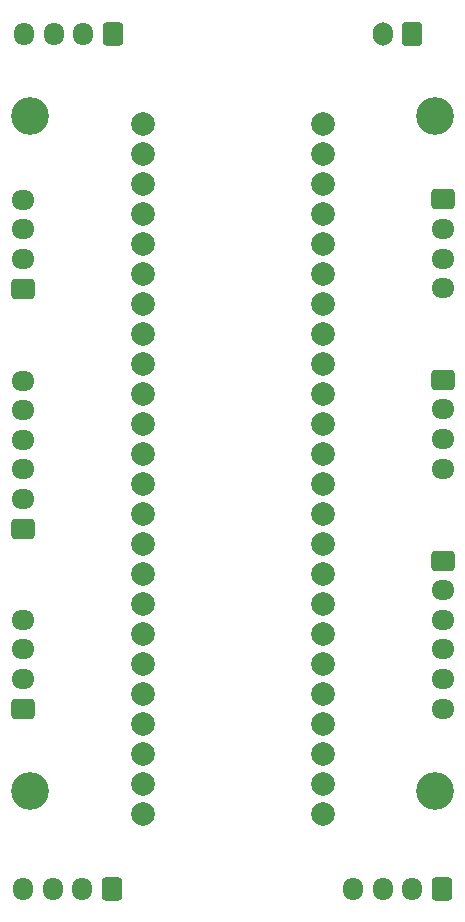
<source format=gbr>
%TF.GenerationSoftware,KiCad,Pcbnew,8.0.3*%
%TF.CreationDate,2024-09-25T15:42:15-04:00*%
%TF.ProjectId,mcu-board,6d63752d-626f-4617-9264-2e6b69636164,rev?*%
%TF.SameCoordinates,Original*%
%TF.FileFunction,Soldermask,Bot*%
%TF.FilePolarity,Negative*%
%FSLAX46Y46*%
G04 Gerber Fmt 4.6, Leading zero omitted, Abs format (unit mm)*
G04 Created by KiCad (PCBNEW 8.0.3) date 2024-09-25 15:42:15*
%MOMM*%
%LPD*%
G01*
G04 APERTURE LIST*
G04 Aperture macros list*
%AMRoundRect*
0 Rectangle with rounded corners*
0 $1 Rounding radius*
0 $2 $3 $4 $5 $6 $7 $8 $9 X,Y pos of 4 corners*
0 Add a 4 corners polygon primitive as box body*
4,1,4,$2,$3,$4,$5,$6,$7,$8,$9,$2,$3,0*
0 Add four circle primitives for the rounded corners*
1,1,$1+$1,$2,$3*
1,1,$1+$1,$4,$5*
1,1,$1+$1,$6,$7*
1,1,$1+$1,$8,$9*
0 Add four rect primitives between the rounded corners*
20,1,$1+$1,$2,$3,$4,$5,0*
20,1,$1+$1,$4,$5,$6,$7,0*
20,1,$1+$1,$6,$7,$8,$9,0*
20,1,$1+$1,$8,$9,$2,$3,0*%
G04 Aperture macros list end*
%ADD10RoundRect,0.250000X-0.725000X0.600000X-0.725000X-0.600000X0.725000X-0.600000X0.725000X0.600000X0*%
%ADD11O,1.950000X1.700000*%
%ADD12C,3.200000*%
%ADD13RoundRect,0.250000X0.600000X0.725000X-0.600000X0.725000X-0.600000X-0.725000X0.600000X-0.725000X0*%
%ADD14O,1.700000X1.950000*%
%ADD15RoundRect,0.250000X0.600000X0.750000X-0.600000X0.750000X-0.600000X-0.750000X0.600000X-0.750000X0*%
%ADD16O,1.700000X2.000000*%
%ADD17RoundRect,0.250000X0.725000X-0.600000X0.725000X0.600000X-0.725000X0.600000X-0.725000X-0.600000X0*%
%ADD18C,2.000000*%
G04 APERTURE END LIST*
D10*
%TO.C,J8*%
X182880000Y-78940000D03*
D11*
X182880000Y-81440000D03*
X182880000Y-83940000D03*
X182880000Y-86440000D03*
X182880000Y-88940000D03*
X182880000Y-91440000D03*
%TD*%
D10*
%TO.C,J5*%
X182880000Y-48340000D03*
D11*
X182880000Y-50840000D03*
X182880000Y-53340000D03*
X182880000Y-55840000D03*
%TD*%
D12*
%TO.C,H3*%
X182245000Y-41275000D03*
%TD*%
D13*
%TO.C,J3*%
X154940000Y-34290000D03*
D14*
X152440000Y-34290000D03*
X149940000Y-34290000D03*
X147440000Y-34290000D03*
%TD*%
D15*
%TO.C,J9*%
X180300000Y-34290000D03*
D16*
X177800000Y-34290000D03*
%TD*%
D10*
%TO.C,J1*%
X182880000Y-63620000D03*
D11*
X182880000Y-66120000D03*
X182880000Y-68620000D03*
X182880000Y-71120000D03*
%TD*%
D17*
%TO.C,J2*%
X147320000Y-91440000D03*
D11*
X147320000Y-88940000D03*
X147320000Y-86440000D03*
X147320000Y-83940000D03*
%TD*%
D12*
%TO.C,H4*%
X147955000Y-41275000D03*
%TD*%
%TO.C,H1*%
X147955000Y-98425000D03*
%TD*%
D13*
%TO.C,J7*%
X182800000Y-106680000D03*
D14*
X180300000Y-106680000D03*
X177800000Y-106680000D03*
X175300000Y-106680000D03*
%TD*%
D13*
%TO.C,J6*%
X154860000Y-106680000D03*
D14*
X152360000Y-106680000D03*
X149860000Y-106680000D03*
X147360000Y-106680000D03*
%TD*%
D17*
%TO.C,J10*%
X147320000Y-76200000D03*
D11*
X147320000Y-73700000D03*
X147320000Y-71200000D03*
X147320000Y-68700000D03*
X147320000Y-66200000D03*
X147320000Y-63700000D03*
%TD*%
D18*
%TO.C,Teensy4.2*%
X157480000Y-41910000D03*
X157480000Y-44450000D03*
X157480000Y-46990000D03*
X157480000Y-49530000D03*
X157480000Y-52070000D03*
X157480000Y-54610000D03*
X157480000Y-57150000D03*
X157480000Y-59690000D03*
X157480000Y-62230000D03*
X157480000Y-64770000D03*
X157480000Y-67310000D03*
X157480000Y-69850000D03*
X157480000Y-72390000D03*
X157480000Y-74930000D03*
X157480000Y-77470000D03*
X157480000Y-80010000D03*
X157480000Y-82550000D03*
X157480000Y-85090000D03*
X157480000Y-87630000D03*
X157480000Y-90170000D03*
X157480000Y-92710000D03*
X157480000Y-95250000D03*
X157480000Y-97790000D03*
X157480000Y-100330000D03*
X172720000Y-100330000D03*
X172720000Y-97790000D03*
X172720000Y-95250000D03*
X172720000Y-92710000D03*
X172720000Y-90170000D03*
X172720000Y-87630000D03*
X172720000Y-85090000D03*
X172720000Y-82550000D03*
X172720000Y-80010000D03*
X172720000Y-77470000D03*
X172720000Y-74930000D03*
X172720000Y-72390000D03*
X172720000Y-69850000D03*
X172720000Y-67310000D03*
X172720000Y-64770000D03*
X172720000Y-62230000D03*
X172720000Y-59690000D03*
X172720000Y-57150000D03*
X172720000Y-54610000D03*
X172720000Y-52070000D03*
X172720000Y-49530000D03*
X172720000Y-46990000D03*
X172720000Y-44450000D03*
X172720000Y-41910000D03*
%TD*%
D17*
%TO.C,J4*%
X147320000Y-55880000D03*
D11*
X147320000Y-53380000D03*
X147320000Y-50880000D03*
X147320000Y-48380000D03*
%TD*%
D12*
%TO.C,H2*%
X182245000Y-98425000D03*
%TD*%
M02*

</source>
